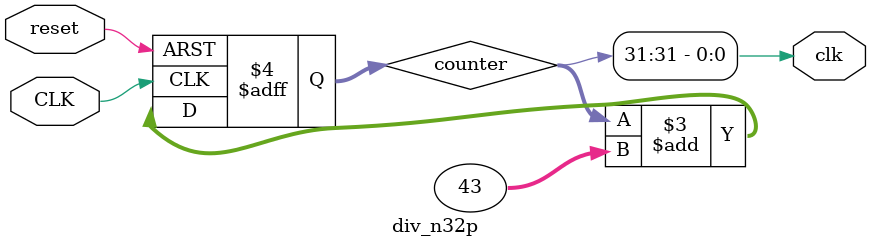
<source format=v>
`timescale 1ns / 1ps

module div_n32p #(parameter p = 43)(//1Hz
    input CLK, reset,
    output clk);
reg [31:0] counter;
always@(posedge CLK, negedge reset)begin
    if(!reset) counter<=32'b0;
    else begin
        counter = counter + p;
    end
end
assign clk = counter[31];
endmodule

</source>
